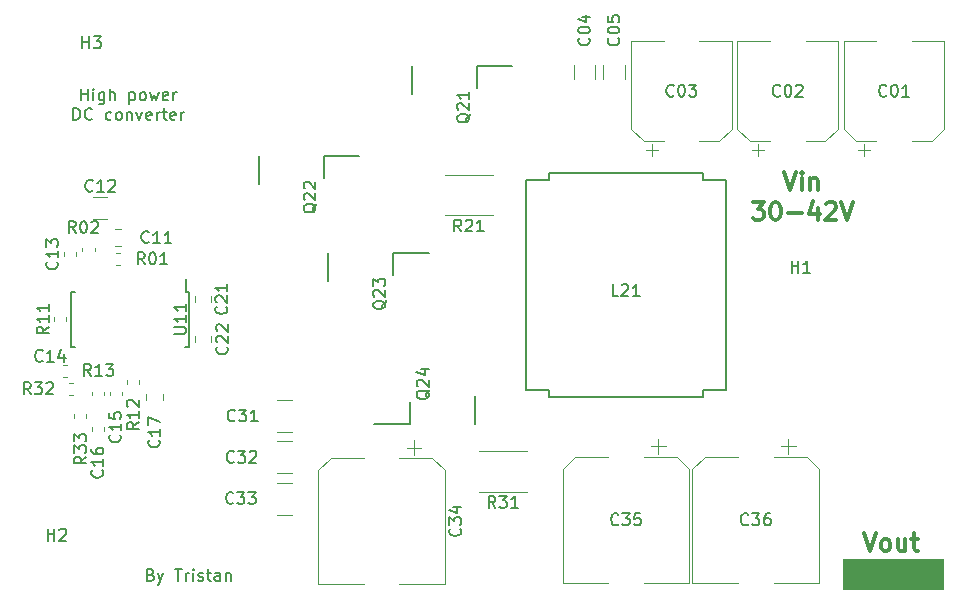
<source format=gbr>
G04 #@! TF.GenerationSoftware,KiCad,Pcbnew,5.1.4-e60b266~84~ubuntu18.04.1*
G04 #@! TF.CreationDate,2019-10-13T11:44:25+02:00*
G04 #@! TF.ProjectId,Buck_boost,4275636b-5f62-46f6-9f73-742e6b696361,rev?*
G04 #@! TF.SameCoordinates,Original*
G04 #@! TF.FileFunction,Legend,Top*
G04 #@! TF.FilePolarity,Positive*
%FSLAX46Y46*%
G04 Gerber Fmt 4.6, Leading zero omitted, Abs format (unit mm)*
G04 Created by KiCad (PCBNEW 5.1.4-e60b266~84~ubuntu18.04.1) date 2019-10-13 11:44:25*
%MOMM*%
%LPD*%
G04 APERTURE LIST*
%ADD10C,0.150000*%
%ADD11C,0.100000*%
%ADD12C,0.300000*%
%ADD13C,0.120000*%
G04 APERTURE END LIST*
D10*
X141485714Y-142328571D02*
X141628571Y-142376190D01*
X141676190Y-142423809D01*
X141723809Y-142519047D01*
X141723809Y-142661904D01*
X141676190Y-142757142D01*
X141628571Y-142804761D01*
X141533333Y-142852380D01*
X141152380Y-142852380D01*
X141152380Y-141852380D01*
X141485714Y-141852380D01*
X141580952Y-141900000D01*
X141628571Y-141947619D01*
X141676190Y-142042857D01*
X141676190Y-142138095D01*
X141628571Y-142233333D01*
X141580952Y-142280952D01*
X141485714Y-142328571D01*
X141152380Y-142328571D01*
X142057142Y-142185714D02*
X142295238Y-142852380D01*
X142533333Y-142185714D02*
X142295238Y-142852380D01*
X142200000Y-143090476D01*
X142152380Y-143138095D01*
X142057142Y-143185714D01*
X143533333Y-141852380D02*
X144104761Y-141852380D01*
X143819047Y-142852380D02*
X143819047Y-141852380D01*
X144438095Y-142852380D02*
X144438095Y-142185714D01*
X144438095Y-142376190D02*
X144485714Y-142280952D01*
X144533333Y-142233333D01*
X144628571Y-142185714D01*
X144723809Y-142185714D01*
X145057142Y-142852380D02*
X145057142Y-142185714D01*
X145057142Y-141852380D02*
X145009523Y-141900000D01*
X145057142Y-141947619D01*
X145104761Y-141900000D01*
X145057142Y-141852380D01*
X145057142Y-141947619D01*
X145485714Y-142804761D02*
X145580952Y-142852380D01*
X145771428Y-142852380D01*
X145866666Y-142804761D01*
X145914285Y-142709523D01*
X145914285Y-142661904D01*
X145866666Y-142566666D01*
X145771428Y-142519047D01*
X145628571Y-142519047D01*
X145533333Y-142471428D01*
X145485714Y-142376190D01*
X145485714Y-142328571D01*
X145533333Y-142233333D01*
X145628571Y-142185714D01*
X145771428Y-142185714D01*
X145866666Y-142233333D01*
X146200000Y-142185714D02*
X146580952Y-142185714D01*
X146342857Y-141852380D02*
X146342857Y-142709523D01*
X146390476Y-142804761D01*
X146485714Y-142852380D01*
X146580952Y-142852380D01*
X147342857Y-142852380D02*
X147342857Y-142328571D01*
X147295238Y-142233333D01*
X147200000Y-142185714D01*
X147009523Y-142185714D01*
X146914285Y-142233333D01*
X147342857Y-142804761D02*
X147247619Y-142852380D01*
X147009523Y-142852380D01*
X146914285Y-142804761D01*
X146866666Y-142709523D01*
X146866666Y-142614285D01*
X146914285Y-142519047D01*
X147009523Y-142471428D01*
X147247619Y-142471428D01*
X147342857Y-142423809D01*
X147819047Y-142185714D02*
X147819047Y-142852380D01*
X147819047Y-142280952D02*
X147866666Y-142233333D01*
X147961904Y-142185714D01*
X148104761Y-142185714D01*
X148200000Y-142233333D01*
X148247619Y-142328571D01*
X148247619Y-142852380D01*
X135573809Y-102177380D02*
X135573809Y-101177380D01*
X135573809Y-101653571D02*
X136145238Y-101653571D01*
X136145238Y-102177380D02*
X136145238Y-101177380D01*
X136621428Y-102177380D02*
X136621428Y-101510714D01*
X136621428Y-101177380D02*
X136573809Y-101225000D01*
X136621428Y-101272619D01*
X136669047Y-101225000D01*
X136621428Y-101177380D01*
X136621428Y-101272619D01*
X137526190Y-101510714D02*
X137526190Y-102320238D01*
X137478571Y-102415476D01*
X137430952Y-102463095D01*
X137335714Y-102510714D01*
X137192857Y-102510714D01*
X137097619Y-102463095D01*
X137526190Y-102129761D02*
X137430952Y-102177380D01*
X137240476Y-102177380D01*
X137145238Y-102129761D01*
X137097619Y-102082142D01*
X137050000Y-101986904D01*
X137050000Y-101701190D01*
X137097619Y-101605952D01*
X137145238Y-101558333D01*
X137240476Y-101510714D01*
X137430952Y-101510714D01*
X137526190Y-101558333D01*
X138002380Y-102177380D02*
X138002380Y-101177380D01*
X138430952Y-102177380D02*
X138430952Y-101653571D01*
X138383333Y-101558333D01*
X138288095Y-101510714D01*
X138145238Y-101510714D01*
X138050000Y-101558333D01*
X138002380Y-101605952D01*
X139669047Y-101510714D02*
X139669047Y-102510714D01*
X139669047Y-101558333D02*
X139764285Y-101510714D01*
X139954761Y-101510714D01*
X140050000Y-101558333D01*
X140097619Y-101605952D01*
X140145238Y-101701190D01*
X140145238Y-101986904D01*
X140097619Y-102082142D01*
X140050000Y-102129761D01*
X139954761Y-102177380D01*
X139764285Y-102177380D01*
X139669047Y-102129761D01*
X140716666Y-102177380D02*
X140621428Y-102129761D01*
X140573809Y-102082142D01*
X140526190Y-101986904D01*
X140526190Y-101701190D01*
X140573809Y-101605952D01*
X140621428Y-101558333D01*
X140716666Y-101510714D01*
X140859523Y-101510714D01*
X140954761Y-101558333D01*
X141002380Y-101605952D01*
X141050000Y-101701190D01*
X141050000Y-101986904D01*
X141002380Y-102082142D01*
X140954761Y-102129761D01*
X140859523Y-102177380D01*
X140716666Y-102177380D01*
X141383333Y-101510714D02*
X141573809Y-102177380D01*
X141764285Y-101701190D01*
X141954761Y-102177380D01*
X142145238Y-101510714D01*
X142907142Y-102129761D02*
X142811904Y-102177380D01*
X142621428Y-102177380D01*
X142526190Y-102129761D01*
X142478571Y-102034523D01*
X142478571Y-101653571D01*
X142526190Y-101558333D01*
X142621428Y-101510714D01*
X142811904Y-101510714D01*
X142907142Y-101558333D01*
X142954761Y-101653571D01*
X142954761Y-101748809D01*
X142478571Y-101844047D01*
X143383333Y-102177380D02*
X143383333Y-101510714D01*
X143383333Y-101701190D02*
X143430952Y-101605952D01*
X143478571Y-101558333D01*
X143573809Y-101510714D01*
X143669047Y-101510714D01*
X134930952Y-103827380D02*
X134930952Y-102827380D01*
X135169047Y-102827380D01*
X135311904Y-102875000D01*
X135407142Y-102970238D01*
X135454761Y-103065476D01*
X135502380Y-103255952D01*
X135502380Y-103398809D01*
X135454761Y-103589285D01*
X135407142Y-103684523D01*
X135311904Y-103779761D01*
X135169047Y-103827380D01*
X134930952Y-103827380D01*
X136502380Y-103732142D02*
X136454761Y-103779761D01*
X136311904Y-103827380D01*
X136216666Y-103827380D01*
X136073809Y-103779761D01*
X135978571Y-103684523D01*
X135930952Y-103589285D01*
X135883333Y-103398809D01*
X135883333Y-103255952D01*
X135930952Y-103065476D01*
X135978571Y-102970238D01*
X136073809Y-102875000D01*
X136216666Y-102827380D01*
X136311904Y-102827380D01*
X136454761Y-102875000D01*
X136502380Y-102922619D01*
X138121428Y-103779761D02*
X138026190Y-103827380D01*
X137835714Y-103827380D01*
X137740476Y-103779761D01*
X137692857Y-103732142D01*
X137645238Y-103636904D01*
X137645238Y-103351190D01*
X137692857Y-103255952D01*
X137740476Y-103208333D01*
X137835714Y-103160714D01*
X138026190Y-103160714D01*
X138121428Y-103208333D01*
X138692857Y-103827380D02*
X138597619Y-103779761D01*
X138550000Y-103732142D01*
X138502380Y-103636904D01*
X138502380Y-103351190D01*
X138550000Y-103255952D01*
X138597619Y-103208333D01*
X138692857Y-103160714D01*
X138835714Y-103160714D01*
X138930952Y-103208333D01*
X138978571Y-103255952D01*
X139026190Y-103351190D01*
X139026190Y-103636904D01*
X138978571Y-103732142D01*
X138930952Y-103779761D01*
X138835714Y-103827380D01*
X138692857Y-103827380D01*
X139454761Y-103160714D02*
X139454761Y-103827380D01*
X139454761Y-103255952D02*
X139502380Y-103208333D01*
X139597619Y-103160714D01*
X139740476Y-103160714D01*
X139835714Y-103208333D01*
X139883333Y-103303571D01*
X139883333Y-103827380D01*
X140264285Y-103160714D02*
X140502380Y-103827380D01*
X140740476Y-103160714D01*
X141502380Y-103779761D02*
X141407142Y-103827380D01*
X141216666Y-103827380D01*
X141121428Y-103779761D01*
X141073809Y-103684523D01*
X141073809Y-103303571D01*
X141121428Y-103208333D01*
X141216666Y-103160714D01*
X141407142Y-103160714D01*
X141502380Y-103208333D01*
X141550000Y-103303571D01*
X141550000Y-103398809D01*
X141073809Y-103494047D01*
X141978571Y-103827380D02*
X141978571Y-103160714D01*
X141978571Y-103351190D02*
X142026190Y-103255952D01*
X142073809Y-103208333D01*
X142169047Y-103160714D01*
X142264285Y-103160714D01*
X142454761Y-103160714D02*
X142835714Y-103160714D01*
X142597619Y-102827380D02*
X142597619Y-103684523D01*
X142645238Y-103779761D01*
X142740476Y-103827380D01*
X142835714Y-103827380D01*
X143550000Y-103779761D02*
X143454761Y-103827380D01*
X143264285Y-103827380D01*
X143169047Y-103779761D01*
X143121428Y-103684523D01*
X143121428Y-103303571D01*
X143169047Y-103208333D01*
X143264285Y-103160714D01*
X143454761Y-103160714D01*
X143550000Y-103208333D01*
X143597619Y-103303571D01*
X143597619Y-103398809D01*
X143121428Y-103494047D01*
X144026190Y-103827380D02*
X144026190Y-103160714D01*
X144026190Y-103351190D02*
X144073809Y-103255952D01*
X144121428Y-103208333D01*
X144216666Y-103160714D01*
X144311904Y-103160714D01*
D11*
G36*
X208550000Y-143550000D02*
G01*
X200050000Y-143550000D01*
X200050000Y-141050000D01*
X208550000Y-141050000D01*
X208550000Y-143550000D01*
G37*
X208550000Y-143550000D02*
X200050000Y-143550000D01*
X200050000Y-141050000D01*
X208550000Y-141050000D01*
X208550000Y-143550000D01*
D12*
X195114285Y-108253571D02*
X195614285Y-109753571D01*
X196114285Y-108253571D01*
X196614285Y-109753571D02*
X196614285Y-108753571D01*
X196614285Y-108253571D02*
X196542857Y-108325000D01*
X196614285Y-108396428D01*
X196685714Y-108325000D01*
X196614285Y-108253571D01*
X196614285Y-108396428D01*
X197328571Y-108753571D02*
X197328571Y-109753571D01*
X197328571Y-108896428D02*
X197400000Y-108825000D01*
X197542857Y-108753571D01*
X197757142Y-108753571D01*
X197900000Y-108825000D01*
X197971428Y-108967857D01*
X197971428Y-109753571D01*
X192435714Y-110803571D02*
X193364285Y-110803571D01*
X192864285Y-111375000D01*
X193078571Y-111375000D01*
X193221428Y-111446428D01*
X193292857Y-111517857D01*
X193364285Y-111660714D01*
X193364285Y-112017857D01*
X193292857Y-112160714D01*
X193221428Y-112232142D01*
X193078571Y-112303571D01*
X192650000Y-112303571D01*
X192507142Y-112232142D01*
X192435714Y-112160714D01*
X194292857Y-110803571D02*
X194435714Y-110803571D01*
X194578571Y-110875000D01*
X194650000Y-110946428D01*
X194721428Y-111089285D01*
X194792857Y-111375000D01*
X194792857Y-111732142D01*
X194721428Y-112017857D01*
X194650000Y-112160714D01*
X194578571Y-112232142D01*
X194435714Y-112303571D01*
X194292857Y-112303571D01*
X194150000Y-112232142D01*
X194078571Y-112160714D01*
X194007142Y-112017857D01*
X193935714Y-111732142D01*
X193935714Y-111375000D01*
X194007142Y-111089285D01*
X194078571Y-110946428D01*
X194150000Y-110875000D01*
X194292857Y-110803571D01*
X195435714Y-111732142D02*
X196578571Y-111732142D01*
X197935714Y-111303571D02*
X197935714Y-112303571D01*
X197578571Y-110732142D02*
X197221428Y-111803571D01*
X198150000Y-111803571D01*
X198650000Y-110946428D02*
X198721428Y-110875000D01*
X198864285Y-110803571D01*
X199221428Y-110803571D01*
X199364285Y-110875000D01*
X199435714Y-110946428D01*
X199507142Y-111089285D01*
X199507142Y-111232142D01*
X199435714Y-111446428D01*
X198578571Y-112303571D01*
X199507142Y-112303571D01*
X199935714Y-110803571D02*
X200435714Y-112303571D01*
X200935714Y-110803571D01*
X201864285Y-138828571D02*
X202364285Y-140328571D01*
X202864285Y-138828571D01*
X203578571Y-140328571D02*
X203435714Y-140257142D01*
X203364285Y-140185714D01*
X203292857Y-140042857D01*
X203292857Y-139614285D01*
X203364285Y-139471428D01*
X203435714Y-139400000D01*
X203578571Y-139328571D01*
X203792857Y-139328571D01*
X203935714Y-139400000D01*
X204007142Y-139471428D01*
X204078571Y-139614285D01*
X204078571Y-140042857D01*
X204007142Y-140185714D01*
X203935714Y-140257142D01*
X203792857Y-140328571D01*
X203578571Y-140328571D01*
X205364285Y-139328571D02*
X205364285Y-140328571D01*
X204721428Y-139328571D02*
X204721428Y-140114285D01*
X204792857Y-140257142D01*
X204935714Y-140328571D01*
X205150000Y-140328571D01*
X205292857Y-140257142D01*
X205364285Y-140185714D01*
X205864285Y-139328571D02*
X206435714Y-139328571D01*
X206078571Y-138828571D02*
X206078571Y-140114285D01*
X206150000Y-140257142D01*
X206292857Y-140328571D01*
X206435714Y-140328571D01*
D10*
X175200000Y-108900000D02*
X173250000Y-108900000D01*
X175200000Y-108300000D02*
X175200000Y-108900000D01*
X188200000Y-108300000D02*
X175200000Y-108300000D01*
X188200000Y-108900000D02*
X188200000Y-108300000D01*
X190150000Y-108900000D02*
X188200000Y-108900000D01*
X190150000Y-126700000D02*
X190150000Y-108900000D01*
X188200000Y-126700000D02*
X190150000Y-126700000D01*
X188200000Y-127300000D02*
X188200000Y-126700000D01*
X175200000Y-127300000D02*
X188200000Y-127300000D01*
X175200000Y-126700000D02*
X175200000Y-127300000D01*
X173250000Y-126700000D02*
X175200000Y-126700000D01*
X173250000Y-108900000D02*
X173250000Y-126700000D01*
D13*
X201390000Y-106400000D02*
X202390000Y-106400000D01*
X201890000Y-106900000D02*
X201890000Y-105900000D01*
X207595563Y-105660000D02*
X208660000Y-104595563D01*
X201204437Y-105660000D02*
X200140000Y-104595563D01*
X201204437Y-105660000D02*
X202890000Y-105660000D01*
X207595563Y-105660000D02*
X205910000Y-105660000D01*
X208660000Y-104595563D02*
X208660000Y-97140000D01*
X200140000Y-104595563D02*
X200140000Y-97140000D01*
X200140000Y-97140000D02*
X202890000Y-97140000D01*
X208660000Y-97140000D02*
X205910000Y-97140000D01*
X192390000Y-106400000D02*
X193390000Y-106400000D01*
X192890000Y-106900000D02*
X192890000Y-105900000D01*
X198595563Y-105660000D02*
X199660000Y-104595563D01*
X192204437Y-105660000D02*
X191140000Y-104595563D01*
X192204437Y-105660000D02*
X193890000Y-105660000D01*
X198595563Y-105660000D02*
X196910000Y-105660000D01*
X199660000Y-104595563D02*
X199660000Y-97140000D01*
X191140000Y-104595563D02*
X191140000Y-97140000D01*
X191140000Y-97140000D02*
X193890000Y-97140000D01*
X199660000Y-97140000D02*
X196910000Y-97140000D01*
X183390000Y-106400000D02*
X184390000Y-106400000D01*
X183890000Y-106900000D02*
X183890000Y-105900000D01*
X189595563Y-105660000D02*
X190660000Y-104595563D01*
X183204437Y-105660000D02*
X182140000Y-104595563D01*
X183204437Y-105660000D02*
X184890000Y-105660000D01*
X189595563Y-105660000D02*
X187910000Y-105660000D01*
X190660000Y-104595563D02*
X190660000Y-97140000D01*
X182140000Y-104595563D02*
X182140000Y-97140000D01*
X182140000Y-97140000D02*
X184890000Y-97140000D01*
X190660000Y-97140000D02*
X187910000Y-97140000D01*
X179110000Y-100402064D02*
X179110000Y-99197936D01*
X177290000Y-100402064D02*
X177290000Y-99197936D01*
X181610000Y-100402064D02*
X181610000Y-99197936D01*
X179790000Y-100402064D02*
X179790000Y-99197936D01*
X138958578Y-113090000D02*
X138441422Y-113090000D01*
X138958578Y-114510000D02*
X138441422Y-114510000D01*
X137802064Y-110390000D02*
X136597936Y-110390000D01*
X137802064Y-112210000D02*
X136597936Y-112210000D01*
X135110000Y-115362779D02*
X135110000Y-115037221D01*
X134090000Y-115362779D02*
X134090000Y-115037221D01*
X134362779Y-124590000D02*
X134037221Y-124590000D01*
X134362779Y-125610000D02*
X134037221Y-125610000D01*
X137990000Y-126837221D02*
X137990000Y-127162779D01*
X139010000Y-126837221D02*
X139010000Y-127162779D01*
X136490000Y-129837221D02*
X136490000Y-130162779D01*
X137510000Y-129837221D02*
X137510000Y-130162779D01*
X141090000Y-127041422D02*
X141090000Y-127558578D01*
X142510000Y-127041422D02*
X142510000Y-127558578D01*
X146610000Y-119258578D02*
X146610000Y-118741422D01*
X145190000Y-119258578D02*
X145190000Y-118741422D01*
X145190000Y-122141422D02*
X145190000Y-122658578D01*
X146610000Y-122141422D02*
X146610000Y-122658578D01*
X153402064Y-127540000D02*
X152197936Y-127540000D01*
X153402064Y-130260000D02*
X152197936Y-130260000D01*
X153402064Y-131040000D02*
X152197936Y-131040000D01*
X153402064Y-133760000D02*
X152197936Y-133760000D01*
X153402064Y-134540000D02*
X152197936Y-134540000D01*
X153402064Y-137260000D02*
X152197936Y-137260000D01*
X164385000Y-131575000D02*
X163135000Y-131575000D01*
X163760000Y-130950000D02*
X163760000Y-132200000D01*
X156704437Y-132440000D02*
X155640000Y-133504437D01*
X165295563Y-132440000D02*
X166360000Y-133504437D01*
X165295563Y-132440000D02*
X162510000Y-132440000D01*
X156704437Y-132440000D02*
X159490000Y-132440000D01*
X155640000Y-133504437D02*
X155640000Y-143160000D01*
X166360000Y-133504437D02*
X166360000Y-143160000D01*
X166360000Y-143160000D02*
X162510000Y-143160000D01*
X155640000Y-143160000D02*
X159490000Y-143160000D01*
X185085000Y-131475000D02*
X183835000Y-131475000D01*
X184460000Y-130850000D02*
X184460000Y-132100000D01*
X177404437Y-132340000D02*
X176340000Y-133404437D01*
X185995563Y-132340000D02*
X187060000Y-133404437D01*
X185995563Y-132340000D02*
X183210000Y-132340000D01*
X177404437Y-132340000D02*
X180190000Y-132340000D01*
X176340000Y-133404437D02*
X176340000Y-143060000D01*
X187060000Y-133404437D02*
X187060000Y-143060000D01*
X187060000Y-143060000D02*
X183210000Y-143060000D01*
X176340000Y-143060000D02*
X180190000Y-143060000D01*
X196085000Y-131475000D02*
X194835000Y-131475000D01*
X195460000Y-130850000D02*
X195460000Y-132100000D01*
X188404437Y-132340000D02*
X187340000Y-133404437D01*
X196995563Y-132340000D02*
X198060000Y-133404437D01*
X196995563Y-132340000D02*
X194210000Y-132340000D01*
X188404437Y-132340000D02*
X191190000Y-132340000D01*
X187340000Y-133404437D02*
X187340000Y-143060000D01*
X198060000Y-133404437D02*
X198060000Y-143060000D01*
X198060000Y-143060000D02*
X194210000Y-143060000D01*
X187340000Y-143060000D02*
X191190000Y-143060000D01*
D10*
X163600000Y-99310000D02*
X163600000Y-101650000D01*
X169100000Y-99300000D02*
X169100000Y-101170000D01*
X172100000Y-99300000D02*
X169100000Y-99300000D01*
X150600000Y-106910000D02*
X150600000Y-109250000D01*
X156100000Y-106900000D02*
X156100000Y-108770000D01*
X159100000Y-106900000D02*
X156100000Y-106900000D01*
X156500000Y-115110000D02*
X156500000Y-117450000D01*
X162000000Y-115100000D02*
X162000000Y-116970000D01*
X165000000Y-115100000D02*
X162000000Y-115100000D01*
X168900000Y-129590000D02*
X168900000Y-127250000D01*
X163400000Y-129600000D02*
X163400000Y-127730000D01*
X160400000Y-129600000D02*
X163400000Y-129600000D01*
D13*
X138537221Y-116110000D02*
X138862779Y-116110000D01*
X138537221Y-115090000D02*
X138862779Y-115090000D01*
X135690000Y-114637221D02*
X135690000Y-114962779D01*
X136710000Y-114637221D02*
X136710000Y-114962779D01*
X134310000Y-120862779D02*
X134310000Y-120537221D01*
X133290000Y-120862779D02*
X133290000Y-120537221D01*
X140510000Y-126162779D02*
X140510000Y-125837221D01*
X139490000Y-126162779D02*
X139490000Y-125837221D01*
X137525001Y-127157778D02*
X137525001Y-126832220D01*
X136505001Y-127157778D02*
X136505001Y-126832220D01*
X170452064Y-108490000D02*
X166347936Y-108490000D01*
X170452064Y-111910000D02*
X166347936Y-111910000D01*
X173352064Y-131890000D02*
X169247936Y-131890000D01*
X173352064Y-135310000D02*
X169247936Y-135310000D01*
X134875279Y-126090000D02*
X134549721Y-126090000D01*
X134875279Y-127110000D02*
X134549721Y-127110000D01*
X136010000Y-129062779D02*
X136010000Y-128737221D01*
X134990000Y-129062779D02*
X134990000Y-128737221D01*
D10*
X144454999Y-118380001D02*
X144454999Y-117305001D01*
X134729999Y-118380001D02*
X134729999Y-123030001D01*
X144679999Y-118380001D02*
X144679999Y-123030001D01*
X134729999Y-118380001D02*
X135054999Y-118380001D01*
X134729999Y-123030001D02*
X135054999Y-123030001D01*
X144679999Y-123030001D02*
X144354999Y-123030001D01*
X144679999Y-118380001D02*
X144454999Y-118380001D01*
X181057142Y-118752380D02*
X180580952Y-118752380D01*
X180580952Y-117752380D01*
X181342857Y-117847619D02*
X181390476Y-117800000D01*
X181485714Y-117752380D01*
X181723809Y-117752380D01*
X181819047Y-117800000D01*
X181866666Y-117847619D01*
X181914285Y-117942857D01*
X181914285Y-118038095D01*
X181866666Y-118180952D01*
X181295238Y-118752380D01*
X181914285Y-118752380D01*
X182866666Y-118752380D02*
X182295238Y-118752380D01*
X182580952Y-118752380D02*
X182580952Y-117752380D01*
X182485714Y-117895238D01*
X182390476Y-117990476D01*
X182295238Y-118038095D01*
X203757142Y-101757142D02*
X203709523Y-101804761D01*
X203566666Y-101852380D01*
X203471428Y-101852380D01*
X203328571Y-101804761D01*
X203233333Y-101709523D01*
X203185714Y-101614285D01*
X203138095Y-101423809D01*
X203138095Y-101280952D01*
X203185714Y-101090476D01*
X203233333Y-100995238D01*
X203328571Y-100900000D01*
X203471428Y-100852380D01*
X203566666Y-100852380D01*
X203709523Y-100900000D01*
X203757142Y-100947619D01*
X204376190Y-100852380D02*
X204471428Y-100852380D01*
X204566666Y-100900000D01*
X204614285Y-100947619D01*
X204661904Y-101042857D01*
X204709523Y-101233333D01*
X204709523Y-101471428D01*
X204661904Y-101661904D01*
X204614285Y-101757142D01*
X204566666Y-101804761D01*
X204471428Y-101852380D01*
X204376190Y-101852380D01*
X204280952Y-101804761D01*
X204233333Y-101757142D01*
X204185714Y-101661904D01*
X204138095Y-101471428D01*
X204138095Y-101233333D01*
X204185714Y-101042857D01*
X204233333Y-100947619D01*
X204280952Y-100900000D01*
X204376190Y-100852380D01*
X205661904Y-101852380D02*
X205090476Y-101852380D01*
X205376190Y-101852380D02*
X205376190Y-100852380D01*
X205280952Y-100995238D01*
X205185714Y-101090476D01*
X205090476Y-101138095D01*
X194757142Y-101757142D02*
X194709523Y-101804761D01*
X194566666Y-101852380D01*
X194471428Y-101852380D01*
X194328571Y-101804761D01*
X194233333Y-101709523D01*
X194185714Y-101614285D01*
X194138095Y-101423809D01*
X194138095Y-101280952D01*
X194185714Y-101090476D01*
X194233333Y-100995238D01*
X194328571Y-100900000D01*
X194471428Y-100852380D01*
X194566666Y-100852380D01*
X194709523Y-100900000D01*
X194757142Y-100947619D01*
X195376190Y-100852380D02*
X195471428Y-100852380D01*
X195566666Y-100900000D01*
X195614285Y-100947619D01*
X195661904Y-101042857D01*
X195709523Y-101233333D01*
X195709523Y-101471428D01*
X195661904Y-101661904D01*
X195614285Y-101757142D01*
X195566666Y-101804761D01*
X195471428Y-101852380D01*
X195376190Y-101852380D01*
X195280952Y-101804761D01*
X195233333Y-101757142D01*
X195185714Y-101661904D01*
X195138095Y-101471428D01*
X195138095Y-101233333D01*
X195185714Y-101042857D01*
X195233333Y-100947619D01*
X195280952Y-100900000D01*
X195376190Y-100852380D01*
X196090476Y-100947619D02*
X196138095Y-100900000D01*
X196233333Y-100852380D01*
X196471428Y-100852380D01*
X196566666Y-100900000D01*
X196614285Y-100947619D01*
X196661904Y-101042857D01*
X196661904Y-101138095D01*
X196614285Y-101280952D01*
X196042857Y-101852380D01*
X196661904Y-101852380D01*
X185757142Y-101757142D02*
X185709523Y-101804761D01*
X185566666Y-101852380D01*
X185471428Y-101852380D01*
X185328571Y-101804761D01*
X185233333Y-101709523D01*
X185185714Y-101614285D01*
X185138095Y-101423809D01*
X185138095Y-101280952D01*
X185185714Y-101090476D01*
X185233333Y-100995238D01*
X185328571Y-100900000D01*
X185471428Y-100852380D01*
X185566666Y-100852380D01*
X185709523Y-100900000D01*
X185757142Y-100947619D01*
X186376190Y-100852380D02*
X186471428Y-100852380D01*
X186566666Y-100900000D01*
X186614285Y-100947619D01*
X186661904Y-101042857D01*
X186709523Y-101233333D01*
X186709523Y-101471428D01*
X186661904Y-101661904D01*
X186614285Y-101757142D01*
X186566666Y-101804761D01*
X186471428Y-101852380D01*
X186376190Y-101852380D01*
X186280952Y-101804761D01*
X186233333Y-101757142D01*
X186185714Y-101661904D01*
X186138095Y-101471428D01*
X186138095Y-101233333D01*
X186185714Y-101042857D01*
X186233333Y-100947619D01*
X186280952Y-100900000D01*
X186376190Y-100852380D01*
X187042857Y-100852380D02*
X187661904Y-100852380D01*
X187328571Y-101233333D01*
X187471428Y-101233333D01*
X187566666Y-101280952D01*
X187614285Y-101328571D01*
X187661904Y-101423809D01*
X187661904Y-101661904D01*
X187614285Y-101757142D01*
X187566666Y-101804761D01*
X187471428Y-101852380D01*
X187185714Y-101852380D01*
X187090476Y-101804761D01*
X187042857Y-101757142D01*
X178557142Y-96892857D02*
X178604761Y-96940476D01*
X178652380Y-97083333D01*
X178652380Y-97178571D01*
X178604761Y-97321428D01*
X178509523Y-97416666D01*
X178414285Y-97464285D01*
X178223809Y-97511904D01*
X178080952Y-97511904D01*
X177890476Y-97464285D01*
X177795238Y-97416666D01*
X177700000Y-97321428D01*
X177652380Y-97178571D01*
X177652380Y-97083333D01*
X177700000Y-96940476D01*
X177747619Y-96892857D01*
X177652380Y-96273809D02*
X177652380Y-96178571D01*
X177700000Y-96083333D01*
X177747619Y-96035714D01*
X177842857Y-95988095D01*
X178033333Y-95940476D01*
X178271428Y-95940476D01*
X178461904Y-95988095D01*
X178557142Y-96035714D01*
X178604761Y-96083333D01*
X178652380Y-96178571D01*
X178652380Y-96273809D01*
X178604761Y-96369047D01*
X178557142Y-96416666D01*
X178461904Y-96464285D01*
X178271428Y-96511904D01*
X178033333Y-96511904D01*
X177842857Y-96464285D01*
X177747619Y-96416666D01*
X177700000Y-96369047D01*
X177652380Y-96273809D01*
X177985714Y-95083333D02*
X178652380Y-95083333D01*
X177604761Y-95321428D02*
X178319047Y-95559523D01*
X178319047Y-94940476D01*
X181057142Y-96892857D02*
X181104761Y-96940476D01*
X181152380Y-97083333D01*
X181152380Y-97178571D01*
X181104761Y-97321428D01*
X181009523Y-97416666D01*
X180914285Y-97464285D01*
X180723809Y-97511904D01*
X180580952Y-97511904D01*
X180390476Y-97464285D01*
X180295238Y-97416666D01*
X180200000Y-97321428D01*
X180152380Y-97178571D01*
X180152380Y-97083333D01*
X180200000Y-96940476D01*
X180247619Y-96892857D01*
X180152380Y-96273809D02*
X180152380Y-96178571D01*
X180200000Y-96083333D01*
X180247619Y-96035714D01*
X180342857Y-95988095D01*
X180533333Y-95940476D01*
X180771428Y-95940476D01*
X180961904Y-95988095D01*
X181057142Y-96035714D01*
X181104761Y-96083333D01*
X181152380Y-96178571D01*
X181152380Y-96273809D01*
X181104761Y-96369047D01*
X181057142Y-96416666D01*
X180961904Y-96464285D01*
X180771428Y-96511904D01*
X180533333Y-96511904D01*
X180342857Y-96464285D01*
X180247619Y-96416666D01*
X180200000Y-96369047D01*
X180152380Y-96273809D01*
X180152380Y-95035714D02*
X180152380Y-95511904D01*
X180628571Y-95559523D01*
X180580952Y-95511904D01*
X180533333Y-95416666D01*
X180533333Y-95178571D01*
X180580952Y-95083333D01*
X180628571Y-95035714D01*
X180723809Y-94988095D01*
X180961904Y-94988095D01*
X181057142Y-95035714D01*
X181104761Y-95083333D01*
X181152380Y-95178571D01*
X181152380Y-95416666D01*
X181104761Y-95511904D01*
X181057142Y-95559523D01*
X141307142Y-114157142D02*
X141259523Y-114204761D01*
X141116666Y-114252380D01*
X141021428Y-114252380D01*
X140878571Y-114204761D01*
X140783333Y-114109523D01*
X140735714Y-114014285D01*
X140688095Y-113823809D01*
X140688095Y-113680952D01*
X140735714Y-113490476D01*
X140783333Y-113395238D01*
X140878571Y-113300000D01*
X141021428Y-113252380D01*
X141116666Y-113252380D01*
X141259523Y-113300000D01*
X141307142Y-113347619D01*
X142259523Y-114252380D02*
X141688095Y-114252380D01*
X141973809Y-114252380D02*
X141973809Y-113252380D01*
X141878571Y-113395238D01*
X141783333Y-113490476D01*
X141688095Y-113538095D01*
X143211904Y-114252380D02*
X142640476Y-114252380D01*
X142926190Y-114252380D02*
X142926190Y-113252380D01*
X142830952Y-113395238D01*
X142735714Y-113490476D01*
X142640476Y-113538095D01*
X136557142Y-109807142D02*
X136509523Y-109854761D01*
X136366666Y-109902380D01*
X136271428Y-109902380D01*
X136128571Y-109854761D01*
X136033333Y-109759523D01*
X135985714Y-109664285D01*
X135938095Y-109473809D01*
X135938095Y-109330952D01*
X135985714Y-109140476D01*
X136033333Y-109045238D01*
X136128571Y-108950000D01*
X136271428Y-108902380D01*
X136366666Y-108902380D01*
X136509523Y-108950000D01*
X136557142Y-108997619D01*
X137509523Y-109902380D02*
X136938095Y-109902380D01*
X137223809Y-109902380D02*
X137223809Y-108902380D01*
X137128571Y-109045238D01*
X137033333Y-109140476D01*
X136938095Y-109188095D01*
X137890476Y-108997619D02*
X137938095Y-108950000D01*
X138033333Y-108902380D01*
X138271428Y-108902380D01*
X138366666Y-108950000D01*
X138414285Y-108997619D01*
X138461904Y-109092857D01*
X138461904Y-109188095D01*
X138414285Y-109330952D01*
X137842857Y-109902380D01*
X138461904Y-109902380D01*
X133527142Y-115842857D02*
X133574761Y-115890476D01*
X133622380Y-116033333D01*
X133622380Y-116128571D01*
X133574761Y-116271428D01*
X133479523Y-116366666D01*
X133384285Y-116414285D01*
X133193809Y-116461904D01*
X133050952Y-116461904D01*
X132860476Y-116414285D01*
X132765238Y-116366666D01*
X132670000Y-116271428D01*
X132622380Y-116128571D01*
X132622380Y-116033333D01*
X132670000Y-115890476D01*
X132717619Y-115842857D01*
X133622380Y-114890476D02*
X133622380Y-115461904D01*
X133622380Y-115176190D02*
X132622380Y-115176190D01*
X132765238Y-115271428D01*
X132860476Y-115366666D01*
X132908095Y-115461904D01*
X132622380Y-114557142D02*
X132622380Y-113938095D01*
X133003333Y-114271428D01*
X133003333Y-114128571D01*
X133050952Y-114033333D01*
X133098571Y-113985714D01*
X133193809Y-113938095D01*
X133431904Y-113938095D01*
X133527142Y-113985714D01*
X133574761Y-114033333D01*
X133622380Y-114128571D01*
X133622380Y-114414285D01*
X133574761Y-114509523D01*
X133527142Y-114557142D01*
X132307142Y-124207142D02*
X132259523Y-124254761D01*
X132116666Y-124302380D01*
X132021428Y-124302380D01*
X131878571Y-124254761D01*
X131783333Y-124159523D01*
X131735714Y-124064285D01*
X131688095Y-123873809D01*
X131688095Y-123730952D01*
X131735714Y-123540476D01*
X131783333Y-123445238D01*
X131878571Y-123350000D01*
X132021428Y-123302380D01*
X132116666Y-123302380D01*
X132259523Y-123350000D01*
X132307142Y-123397619D01*
X133259523Y-124302380D02*
X132688095Y-124302380D01*
X132973809Y-124302380D02*
X132973809Y-123302380D01*
X132878571Y-123445238D01*
X132783333Y-123540476D01*
X132688095Y-123588095D01*
X134116666Y-123635714D02*
X134116666Y-124302380D01*
X133878571Y-123254761D02*
X133640476Y-123969047D01*
X134259523Y-123969047D01*
X138857142Y-130492857D02*
X138904761Y-130540476D01*
X138952380Y-130683333D01*
X138952380Y-130778571D01*
X138904761Y-130921428D01*
X138809523Y-131016666D01*
X138714285Y-131064285D01*
X138523809Y-131111904D01*
X138380952Y-131111904D01*
X138190476Y-131064285D01*
X138095238Y-131016666D01*
X138000000Y-130921428D01*
X137952380Y-130778571D01*
X137952380Y-130683333D01*
X138000000Y-130540476D01*
X138047619Y-130492857D01*
X138952380Y-129540476D02*
X138952380Y-130111904D01*
X138952380Y-129826190D02*
X137952380Y-129826190D01*
X138095238Y-129921428D01*
X138190476Y-130016666D01*
X138238095Y-130111904D01*
X137952380Y-128635714D02*
X137952380Y-129111904D01*
X138428571Y-129159523D01*
X138380952Y-129111904D01*
X138333333Y-129016666D01*
X138333333Y-128778571D01*
X138380952Y-128683333D01*
X138428571Y-128635714D01*
X138523809Y-128588095D01*
X138761904Y-128588095D01*
X138857142Y-128635714D01*
X138904761Y-128683333D01*
X138952380Y-128778571D01*
X138952380Y-129016666D01*
X138904761Y-129111904D01*
X138857142Y-129159523D01*
X137357142Y-133492857D02*
X137404761Y-133540476D01*
X137452380Y-133683333D01*
X137452380Y-133778571D01*
X137404761Y-133921428D01*
X137309523Y-134016666D01*
X137214285Y-134064285D01*
X137023809Y-134111904D01*
X136880952Y-134111904D01*
X136690476Y-134064285D01*
X136595238Y-134016666D01*
X136500000Y-133921428D01*
X136452380Y-133778571D01*
X136452380Y-133683333D01*
X136500000Y-133540476D01*
X136547619Y-133492857D01*
X137452380Y-132540476D02*
X137452380Y-133111904D01*
X137452380Y-132826190D02*
X136452380Y-132826190D01*
X136595238Y-132921428D01*
X136690476Y-133016666D01*
X136738095Y-133111904D01*
X136452380Y-131683333D02*
X136452380Y-131873809D01*
X136500000Y-131969047D01*
X136547619Y-132016666D01*
X136690476Y-132111904D01*
X136880952Y-132159523D01*
X137261904Y-132159523D01*
X137357142Y-132111904D01*
X137404761Y-132064285D01*
X137452380Y-131969047D01*
X137452380Y-131778571D01*
X137404761Y-131683333D01*
X137357142Y-131635714D01*
X137261904Y-131588095D01*
X137023809Y-131588095D01*
X136928571Y-131635714D01*
X136880952Y-131683333D01*
X136833333Y-131778571D01*
X136833333Y-131969047D01*
X136880952Y-132064285D01*
X136928571Y-132111904D01*
X137023809Y-132159523D01*
X142157142Y-130942857D02*
X142204761Y-130990476D01*
X142252380Y-131133333D01*
X142252380Y-131228571D01*
X142204761Y-131371428D01*
X142109523Y-131466666D01*
X142014285Y-131514285D01*
X141823809Y-131561904D01*
X141680952Y-131561904D01*
X141490476Y-131514285D01*
X141395238Y-131466666D01*
X141300000Y-131371428D01*
X141252380Y-131228571D01*
X141252380Y-131133333D01*
X141300000Y-130990476D01*
X141347619Y-130942857D01*
X142252380Y-129990476D02*
X142252380Y-130561904D01*
X142252380Y-130276190D02*
X141252380Y-130276190D01*
X141395238Y-130371428D01*
X141490476Y-130466666D01*
X141538095Y-130561904D01*
X141252380Y-129657142D02*
X141252380Y-128990476D01*
X142252380Y-129419047D01*
X147857142Y-119642857D02*
X147904761Y-119690476D01*
X147952380Y-119833333D01*
X147952380Y-119928571D01*
X147904761Y-120071428D01*
X147809523Y-120166666D01*
X147714285Y-120214285D01*
X147523809Y-120261904D01*
X147380952Y-120261904D01*
X147190476Y-120214285D01*
X147095238Y-120166666D01*
X147000000Y-120071428D01*
X146952380Y-119928571D01*
X146952380Y-119833333D01*
X147000000Y-119690476D01*
X147047619Y-119642857D01*
X147047619Y-119261904D02*
X147000000Y-119214285D01*
X146952380Y-119119047D01*
X146952380Y-118880952D01*
X147000000Y-118785714D01*
X147047619Y-118738095D01*
X147142857Y-118690476D01*
X147238095Y-118690476D01*
X147380952Y-118738095D01*
X147952380Y-119309523D01*
X147952380Y-118690476D01*
X147952380Y-117738095D02*
X147952380Y-118309523D01*
X147952380Y-118023809D02*
X146952380Y-118023809D01*
X147095238Y-118119047D01*
X147190476Y-118214285D01*
X147238095Y-118309523D01*
X147907142Y-123042857D02*
X147954761Y-123090476D01*
X148002380Y-123233333D01*
X148002380Y-123328571D01*
X147954761Y-123471428D01*
X147859523Y-123566666D01*
X147764285Y-123614285D01*
X147573809Y-123661904D01*
X147430952Y-123661904D01*
X147240476Y-123614285D01*
X147145238Y-123566666D01*
X147050000Y-123471428D01*
X147002380Y-123328571D01*
X147002380Y-123233333D01*
X147050000Y-123090476D01*
X147097619Y-123042857D01*
X147097619Y-122661904D02*
X147050000Y-122614285D01*
X147002380Y-122519047D01*
X147002380Y-122280952D01*
X147050000Y-122185714D01*
X147097619Y-122138095D01*
X147192857Y-122090476D01*
X147288095Y-122090476D01*
X147430952Y-122138095D01*
X148002380Y-122709523D01*
X148002380Y-122090476D01*
X147097619Y-121709523D02*
X147050000Y-121661904D01*
X147002380Y-121566666D01*
X147002380Y-121328571D01*
X147050000Y-121233333D01*
X147097619Y-121185714D01*
X147192857Y-121138095D01*
X147288095Y-121138095D01*
X147430952Y-121185714D01*
X148002380Y-121757142D01*
X148002380Y-121138095D01*
X148607142Y-129257142D02*
X148559523Y-129304761D01*
X148416666Y-129352380D01*
X148321428Y-129352380D01*
X148178571Y-129304761D01*
X148083333Y-129209523D01*
X148035714Y-129114285D01*
X147988095Y-128923809D01*
X147988095Y-128780952D01*
X148035714Y-128590476D01*
X148083333Y-128495238D01*
X148178571Y-128400000D01*
X148321428Y-128352380D01*
X148416666Y-128352380D01*
X148559523Y-128400000D01*
X148607142Y-128447619D01*
X148940476Y-128352380D02*
X149559523Y-128352380D01*
X149226190Y-128733333D01*
X149369047Y-128733333D01*
X149464285Y-128780952D01*
X149511904Y-128828571D01*
X149559523Y-128923809D01*
X149559523Y-129161904D01*
X149511904Y-129257142D01*
X149464285Y-129304761D01*
X149369047Y-129352380D01*
X149083333Y-129352380D01*
X148988095Y-129304761D01*
X148940476Y-129257142D01*
X150511904Y-129352380D02*
X149940476Y-129352380D01*
X150226190Y-129352380D02*
X150226190Y-128352380D01*
X150130952Y-128495238D01*
X150035714Y-128590476D01*
X149940476Y-128638095D01*
X148507142Y-132757142D02*
X148459523Y-132804761D01*
X148316666Y-132852380D01*
X148221428Y-132852380D01*
X148078571Y-132804761D01*
X147983333Y-132709523D01*
X147935714Y-132614285D01*
X147888095Y-132423809D01*
X147888095Y-132280952D01*
X147935714Y-132090476D01*
X147983333Y-131995238D01*
X148078571Y-131900000D01*
X148221428Y-131852380D01*
X148316666Y-131852380D01*
X148459523Y-131900000D01*
X148507142Y-131947619D01*
X148840476Y-131852380D02*
X149459523Y-131852380D01*
X149126190Y-132233333D01*
X149269047Y-132233333D01*
X149364285Y-132280952D01*
X149411904Y-132328571D01*
X149459523Y-132423809D01*
X149459523Y-132661904D01*
X149411904Y-132757142D01*
X149364285Y-132804761D01*
X149269047Y-132852380D01*
X148983333Y-132852380D01*
X148888095Y-132804761D01*
X148840476Y-132757142D01*
X149840476Y-131947619D02*
X149888095Y-131900000D01*
X149983333Y-131852380D01*
X150221428Y-131852380D01*
X150316666Y-131900000D01*
X150364285Y-131947619D01*
X150411904Y-132042857D01*
X150411904Y-132138095D01*
X150364285Y-132280952D01*
X149792857Y-132852380D01*
X150411904Y-132852380D01*
X148457142Y-136257142D02*
X148409523Y-136304761D01*
X148266666Y-136352380D01*
X148171428Y-136352380D01*
X148028571Y-136304761D01*
X147933333Y-136209523D01*
X147885714Y-136114285D01*
X147838095Y-135923809D01*
X147838095Y-135780952D01*
X147885714Y-135590476D01*
X147933333Y-135495238D01*
X148028571Y-135400000D01*
X148171428Y-135352380D01*
X148266666Y-135352380D01*
X148409523Y-135400000D01*
X148457142Y-135447619D01*
X148790476Y-135352380D02*
X149409523Y-135352380D01*
X149076190Y-135733333D01*
X149219047Y-135733333D01*
X149314285Y-135780952D01*
X149361904Y-135828571D01*
X149409523Y-135923809D01*
X149409523Y-136161904D01*
X149361904Y-136257142D01*
X149314285Y-136304761D01*
X149219047Y-136352380D01*
X148933333Y-136352380D01*
X148838095Y-136304761D01*
X148790476Y-136257142D01*
X149742857Y-135352380D02*
X150361904Y-135352380D01*
X150028571Y-135733333D01*
X150171428Y-135733333D01*
X150266666Y-135780952D01*
X150314285Y-135828571D01*
X150361904Y-135923809D01*
X150361904Y-136161904D01*
X150314285Y-136257142D01*
X150266666Y-136304761D01*
X150171428Y-136352380D01*
X149885714Y-136352380D01*
X149790476Y-136304761D01*
X149742857Y-136257142D01*
X167657142Y-138442857D02*
X167704761Y-138490476D01*
X167752380Y-138633333D01*
X167752380Y-138728571D01*
X167704761Y-138871428D01*
X167609523Y-138966666D01*
X167514285Y-139014285D01*
X167323809Y-139061904D01*
X167180952Y-139061904D01*
X166990476Y-139014285D01*
X166895238Y-138966666D01*
X166800000Y-138871428D01*
X166752380Y-138728571D01*
X166752380Y-138633333D01*
X166800000Y-138490476D01*
X166847619Y-138442857D01*
X166752380Y-138109523D02*
X166752380Y-137490476D01*
X167133333Y-137823809D01*
X167133333Y-137680952D01*
X167180952Y-137585714D01*
X167228571Y-137538095D01*
X167323809Y-137490476D01*
X167561904Y-137490476D01*
X167657142Y-137538095D01*
X167704761Y-137585714D01*
X167752380Y-137680952D01*
X167752380Y-137966666D01*
X167704761Y-138061904D01*
X167657142Y-138109523D01*
X167085714Y-136633333D02*
X167752380Y-136633333D01*
X166704761Y-136871428D02*
X167419047Y-137109523D01*
X167419047Y-136490476D01*
X181057142Y-138057142D02*
X181009523Y-138104761D01*
X180866666Y-138152380D01*
X180771428Y-138152380D01*
X180628571Y-138104761D01*
X180533333Y-138009523D01*
X180485714Y-137914285D01*
X180438095Y-137723809D01*
X180438095Y-137580952D01*
X180485714Y-137390476D01*
X180533333Y-137295238D01*
X180628571Y-137200000D01*
X180771428Y-137152380D01*
X180866666Y-137152380D01*
X181009523Y-137200000D01*
X181057142Y-137247619D01*
X181390476Y-137152380D02*
X182009523Y-137152380D01*
X181676190Y-137533333D01*
X181819047Y-137533333D01*
X181914285Y-137580952D01*
X181961904Y-137628571D01*
X182009523Y-137723809D01*
X182009523Y-137961904D01*
X181961904Y-138057142D01*
X181914285Y-138104761D01*
X181819047Y-138152380D01*
X181533333Y-138152380D01*
X181438095Y-138104761D01*
X181390476Y-138057142D01*
X182914285Y-137152380D02*
X182438095Y-137152380D01*
X182390476Y-137628571D01*
X182438095Y-137580952D01*
X182533333Y-137533333D01*
X182771428Y-137533333D01*
X182866666Y-137580952D01*
X182914285Y-137628571D01*
X182961904Y-137723809D01*
X182961904Y-137961904D01*
X182914285Y-138057142D01*
X182866666Y-138104761D01*
X182771428Y-138152380D01*
X182533333Y-138152380D01*
X182438095Y-138104761D01*
X182390476Y-138057142D01*
X192057142Y-138057142D02*
X192009523Y-138104761D01*
X191866666Y-138152380D01*
X191771428Y-138152380D01*
X191628571Y-138104761D01*
X191533333Y-138009523D01*
X191485714Y-137914285D01*
X191438095Y-137723809D01*
X191438095Y-137580952D01*
X191485714Y-137390476D01*
X191533333Y-137295238D01*
X191628571Y-137200000D01*
X191771428Y-137152380D01*
X191866666Y-137152380D01*
X192009523Y-137200000D01*
X192057142Y-137247619D01*
X192390476Y-137152380D02*
X193009523Y-137152380D01*
X192676190Y-137533333D01*
X192819047Y-137533333D01*
X192914285Y-137580952D01*
X192961904Y-137628571D01*
X193009523Y-137723809D01*
X193009523Y-137961904D01*
X192961904Y-138057142D01*
X192914285Y-138104761D01*
X192819047Y-138152380D01*
X192533333Y-138152380D01*
X192438095Y-138104761D01*
X192390476Y-138057142D01*
X193866666Y-137152380D02*
X193676190Y-137152380D01*
X193580952Y-137200000D01*
X193533333Y-137247619D01*
X193438095Y-137390476D01*
X193390476Y-137580952D01*
X193390476Y-137961904D01*
X193438095Y-138057142D01*
X193485714Y-138104761D01*
X193580952Y-138152380D01*
X193771428Y-138152380D01*
X193866666Y-138104761D01*
X193914285Y-138057142D01*
X193961904Y-137961904D01*
X193961904Y-137723809D01*
X193914285Y-137628571D01*
X193866666Y-137580952D01*
X193771428Y-137533333D01*
X193580952Y-137533333D01*
X193485714Y-137580952D01*
X193438095Y-137628571D01*
X193390476Y-137723809D01*
X168507619Y-103321428D02*
X168460000Y-103416666D01*
X168364761Y-103511904D01*
X168221904Y-103654761D01*
X168174285Y-103750000D01*
X168174285Y-103845238D01*
X168412380Y-103797619D02*
X168364761Y-103892857D01*
X168269523Y-103988095D01*
X168079047Y-104035714D01*
X167745714Y-104035714D01*
X167555238Y-103988095D01*
X167460000Y-103892857D01*
X167412380Y-103797619D01*
X167412380Y-103607142D01*
X167460000Y-103511904D01*
X167555238Y-103416666D01*
X167745714Y-103369047D01*
X168079047Y-103369047D01*
X168269523Y-103416666D01*
X168364761Y-103511904D01*
X168412380Y-103607142D01*
X168412380Y-103797619D01*
X167507619Y-102988095D02*
X167460000Y-102940476D01*
X167412380Y-102845238D01*
X167412380Y-102607142D01*
X167460000Y-102511904D01*
X167507619Y-102464285D01*
X167602857Y-102416666D01*
X167698095Y-102416666D01*
X167840952Y-102464285D01*
X168412380Y-103035714D01*
X168412380Y-102416666D01*
X168412380Y-101464285D02*
X168412380Y-102035714D01*
X168412380Y-101750000D02*
X167412380Y-101750000D01*
X167555238Y-101845238D01*
X167650476Y-101940476D01*
X167698095Y-102035714D01*
X155507619Y-110921428D02*
X155460000Y-111016666D01*
X155364761Y-111111904D01*
X155221904Y-111254761D01*
X155174285Y-111350000D01*
X155174285Y-111445238D01*
X155412380Y-111397619D02*
X155364761Y-111492857D01*
X155269523Y-111588095D01*
X155079047Y-111635714D01*
X154745714Y-111635714D01*
X154555238Y-111588095D01*
X154460000Y-111492857D01*
X154412380Y-111397619D01*
X154412380Y-111207142D01*
X154460000Y-111111904D01*
X154555238Y-111016666D01*
X154745714Y-110969047D01*
X155079047Y-110969047D01*
X155269523Y-111016666D01*
X155364761Y-111111904D01*
X155412380Y-111207142D01*
X155412380Y-111397619D01*
X154507619Y-110588095D02*
X154460000Y-110540476D01*
X154412380Y-110445238D01*
X154412380Y-110207142D01*
X154460000Y-110111904D01*
X154507619Y-110064285D01*
X154602857Y-110016666D01*
X154698095Y-110016666D01*
X154840952Y-110064285D01*
X155412380Y-110635714D01*
X155412380Y-110016666D01*
X154507619Y-109635714D02*
X154460000Y-109588095D01*
X154412380Y-109492857D01*
X154412380Y-109254761D01*
X154460000Y-109159523D01*
X154507619Y-109111904D01*
X154602857Y-109064285D01*
X154698095Y-109064285D01*
X154840952Y-109111904D01*
X155412380Y-109683333D01*
X155412380Y-109064285D01*
X161407619Y-119121428D02*
X161360000Y-119216666D01*
X161264761Y-119311904D01*
X161121904Y-119454761D01*
X161074285Y-119550000D01*
X161074285Y-119645238D01*
X161312380Y-119597619D02*
X161264761Y-119692857D01*
X161169523Y-119788095D01*
X160979047Y-119835714D01*
X160645714Y-119835714D01*
X160455238Y-119788095D01*
X160360000Y-119692857D01*
X160312380Y-119597619D01*
X160312380Y-119407142D01*
X160360000Y-119311904D01*
X160455238Y-119216666D01*
X160645714Y-119169047D01*
X160979047Y-119169047D01*
X161169523Y-119216666D01*
X161264761Y-119311904D01*
X161312380Y-119407142D01*
X161312380Y-119597619D01*
X160407619Y-118788095D02*
X160360000Y-118740476D01*
X160312380Y-118645238D01*
X160312380Y-118407142D01*
X160360000Y-118311904D01*
X160407619Y-118264285D01*
X160502857Y-118216666D01*
X160598095Y-118216666D01*
X160740952Y-118264285D01*
X161312380Y-118835714D01*
X161312380Y-118216666D01*
X160312380Y-117883333D02*
X160312380Y-117264285D01*
X160693333Y-117597619D01*
X160693333Y-117454761D01*
X160740952Y-117359523D01*
X160788571Y-117311904D01*
X160883809Y-117264285D01*
X161121904Y-117264285D01*
X161217142Y-117311904D01*
X161264761Y-117359523D01*
X161312380Y-117454761D01*
X161312380Y-117740476D01*
X161264761Y-117835714D01*
X161217142Y-117883333D01*
X165087619Y-126721428D02*
X165040000Y-126816666D01*
X164944761Y-126911904D01*
X164801904Y-127054761D01*
X164754285Y-127150000D01*
X164754285Y-127245238D01*
X164992380Y-127197619D02*
X164944761Y-127292857D01*
X164849523Y-127388095D01*
X164659047Y-127435714D01*
X164325714Y-127435714D01*
X164135238Y-127388095D01*
X164040000Y-127292857D01*
X163992380Y-127197619D01*
X163992380Y-127007142D01*
X164040000Y-126911904D01*
X164135238Y-126816666D01*
X164325714Y-126769047D01*
X164659047Y-126769047D01*
X164849523Y-126816666D01*
X164944761Y-126911904D01*
X164992380Y-127007142D01*
X164992380Y-127197619D01*
X164087619Y-126388095D02*
X164040000Y-126340476D01*
X163992380Y-126245238D01*
X163992380Y-126007142D01*
X164040000Y-125911904D01*
X164087619Y-125864285D01*
X164182857Y-125816666D01*
X164278095Y-125816666D01*
X164420952Y-125864285D01*
X164992380Y-126435714D01*
X164992380Y-125816666D01*
X164325714Y-124959523D02*
X164992380Y-124959523D01*
X163944761Y-125197619D02*
X164659047Y-125435714D01*
X164659047Y-124816666D01*
X140957142Y-116052380D02*
X140623809Y-115576190D01*
X140385714Y-116052380D02*
X140385714Y-115052380D01*
X140766666Y-115052380D01*
X140861904Y-115100000D01*
X140909523Y-115147619D01*
X140957142Y-115242857D01*
X140957142Y-115385714D01*
X140909523Y-115480952D01*
X140861904Y-115528571D01*
X140766666Y-115576190D01*
X140385714Y-115576190D01*
X141576190Y-115052380D02*
X141671428Y-115052380D01*
X141766666Y-115100000D01*
X141814285Y-115147619D01*
X141861904Y-115242857D01*
X141909523Y-115433333D01*
X141909523Y-115671428D01*
X141861904Y-115861904D01*
X141814285Y-115957142D01*
X141766666Y-116004761D01*
X141671428Y-116052380D01*
X141576190Y-116052380D01*
X141480952Y-116004761D01*
X141433333Y-115957142D01*
X141385714Y-115861904D01*
X141338095Y-115671428D01*
X141338095Y-115433333D01*
X141385714Y-115242857D01*
X141433333Y-115147619D01*
X141480952Y-115100000D01*
X141576190Y-115052380D01*
X142861904Y-116052380D02*
X142290476Y-116052380D01*
X142576190Y-116052380D02*
X142576190Y-115052380D01*
X142480952Y-115195238D01*
X142385714Y-115290476D01*
X142290476Y-115338095D01*
X135107142Y-113402380D02*
X134773809Y-112926190D01*
X134535714Y-113402380D02*
X134535714Y-112402380D01*
X134916666Y-112402380D01*
X135011904Y-112450000D01*
X135059523Y-112497619D01*
X135107142Y-112592857D01*
X135107142Y-112735714D01*
X135059523Y-112830952D01*
X135011904Y-112878571D01*
X134916666Y-112926190D01*
X134535714Y-112926190D01*
X135726190Y-112402380D02*
X135821428Y-112402380D01*
X135916666Y-112450000D01*
X135964285Y-112497619D01*
X136011904Y-112592857D01*
X136059523Y-112783333D01*
X136059523Y-113021428D01*
X136011904Y-113211904D01*
X135964285Y-113307142D01*
X135916666Y-113354761D01*
X135821428Y-113402380D01*
X135726190Y-113402380D01*
X135630952Y-113354761D01*
X135583333Y-113307142D01*
X135535714Y-113211904D01*
X135488095Y-113021428D01*
X135488095Y-112783333D01*
X135535714Y-112592857D01*
X135583333Y-112497619D01*
X135630952Y-112450000D01*
X135726190Y-112402380D01*
X136440476Y-112497619D02*
X136488095Y-112450000D01*
X136583333Y-112402380D01*
X136821428Y-112402380D01*
X136916666Y-112450000D01*
X136964285Y-112497619D01*
X137011904Y-112592857D01*
X137011904Y-112688095D01*
X136964285Y-112830952D01*
X136392857Y-113402380D01*
X137011904Y-113402380D01*
X132822380Y-121342857D02*
X132346190Y-121676190D01*
X132822380Y-121914285D02*
X131822380Y-121914285D01*
X131822380Y-121533333D01*
X131870000Y-121438095D01*
X131917619Y-121390476D01*
X132012857Y-121342857D01*
X132155714Y-121342857D01*
X132250952Y-121390476D01*
X132298571Y-121438095D01*
X132346190Y-121533333D01*
X132346190Y-121914285D01*
X132822380Y-120390476D02*
X132822380Y-120961904D01*
X132822380Y-120676190D02*
X131822380Y-120676190D01*
X131965238Y-120771428D01*
X132060476Y-120866666D01*
X132108095Y-120961904D01*
X132822380Y-119438095D02*
X132822380Y-120009523D01*
X132822380Y-119723809D02*
X131822380Y-119723809D01*
X131965238Y-119819047D01*
X132060476Y-119914285D01*
X132108095Y-120009523D01*
X140452380Y-129442857D02*
X139976190Y-129776190D01*
X140452380Y-130014285D02*
X139452380Y-130014285D01*
X139452380Y-129633333D01*
X139500000Y-129538095D01*
X139547619Y-129490476D01*
X139642857Y-129442857D01*
X139785714Y-129442857D01*
X139880952Y-129490476D01*
X139928571Y-129538095D01*
X139976190Y-129633333D01*
X139976190Y-130014285D01*
X140452380Y-128490476D02*
X140452380Y-129061904D01*
X140452380Y-128776190D02*
X139452380Y-128776190D01*
X139595238Y-128871428D01*
X139690476Y-128966666D01*
X139738095Y-129061904D01*
X139547619Y-128109523D02*
X139500000Y-128061904D01*
X139452380Y-127966666D01*
X139452380Y-127728571D01*
X139500000Y-127633333D01*
X139547619Y-127585714D01*
X139642857Y-127538095D01*
X139738095Y-127538095D01*
X139880952Y-127585714D01*
X140452380Y-128157142D01*
X140452380Y-127538095D01*
X136407142Y-125502380D02*
X136073809Y-125026190D01*
X135835714Y-125502380D02*
X135835714Y-124502380D01*
X136216666Y-124502380D01*
X136311904Y-124550000D01*
X136359523Y-124597619D01*
X136407142Y-124692857D01*
X136407142Y-124835714D01*
X136359523Y-124930952D01*
X136311904Y-124978571D01*
X136216666Y-125026190D01*
X135835714Y-125026190D01*
X137359523Y-125502380D02*
X136788095Y-125502380D01*
X137073809Y-125502380D02*
X137073809Y-124502380D01*
X136978571Y-124645238D01*
X136883333Y-124740476D01*
X136788095Y-124788095D01*
X137692857Y-124502380D02*
X138311904Y-124502380D01*
X137978571Y-124883333D01*
X138121428Y-124883333D01*
X138216666Y-124930952D01*
X138264285Y-124978571D01*
X138311904Y-125073809D01*
X138311904Y-125311904D01*
X138264285Y-125407142D01*
X138216666Y-125454761D01*
X138121428Y-125502380D01*
X137835714Y-125502380D01*
X137740476Y-125454761D01*
X137692857Y-125407142D01*
X167757142Y-113272380D02*
X167423809Y-112796190D01*
X167185714Y-113272380D02*
X167185714Y-112272380D01*
X167566666Y-112272380D01*
X167661904Y-112320000D01*
X167709523Y-112367619D01*
X167757142Y-112462857D01*
X167757142Y-112605714D01*
X167709523Y-112700952D01*
X167661904Y-112748571D01*
X167566666Y-112796190D01*
X167185714Y-112796190D01*
X168138095Y-112367619D02*
X168185714Y-112320000D01*
X168280952Y-112272380D01*
X168519047Y-112272380D01*
X168614285Y-112320000D01*
X168661904Y-112367619D01*
X168709523Y-112462857D01*
X168709523Y-112558095D01*
X168661904Y-112700952D01*
X168090476Y-113272380D01*
X168709523Y-113272380D01*
X169661904Y-113272380D02*
X169090476Y-113272380D01*
X169376190Y-113272380D02*
X169376190Y-112272380D01*
X169280952Y-112415238D01*
X169185714Y-112510476D01*
X169090476Y-112558095D01*
X170657142Y-136672380D02*
X170323809Y-136196190D01*
X170085714Y-136672380D02*
X170085714Y-135672380D01*
X170466666Y-135672380D01*
X170561904Y-135720000D01*
X170609523Y-135767619D01*
X170657142Y-135862857D01*
X170657142Y-136005714D01*
X170609523Y-136100952D01*
X170561904Y-136148571D01*
X170466666Y-136196190D01*
X170085714Y-136196190D01*
X170990476Y-135672380D02*
X171609523Y-135672380D01*
X171276190Y-136053333D01*
X171419047Y-136053333D01*
X171514285Y-136100952D01*
X171561904Y-136148571D01*
X171609523Y-136243809D01*
X171609523Y-136481904D01*
X171561904Y-136577142D01*
X171514285Y-136624761D01*
X171419047Y-136672380D01*
X171133333Y-136672380D01*
X171038095Y-136624761D01*
X170990476Y-136577142D01*
X172561904Y-136672380D02*
X171990476Y-136672380D01*
X172276190Y-136672380D02*
X172276190Y-135672380D01*
X172180952Y-135815238D01*
X172085714Y-135910476D01*
X171990476Y-135958095D01*
X131307142Y-127052380D02*
X130973809Y-126576190D01*
X130735714Y-127052380D02*
X130735714Y-126052380D01*
X131116666Y-126052380D01*
X131211904Y-126100000D01*
X131259523Y-126147619D01*
X131307142Y-126242857D01*
X131307142Y-126385714D01*
X131259523Y-126480952D01*
X131211904Y-126528571D01*
X131116666Y-126576190D01*
X130735714Y-126576190D01*
X131640476Y-126052380D02*
X132259523Y-126052380D01*
X131926190Y-126433333D01*
X132069047Y-126433333D01*
X132164285Y-126480952D01*
X132211904Y-126528571D01*
X132259523Y-126623809D01*
X132259523Y-126861904D01*
X132211904Y-126957142D01*
X132164285Y-127004761D01*
X132069047Y-127052380D01*
X131783333Y-127052380D01*
X131688095Y-127004761D01*
X131640476Y-126957142D01*
X132640476Y-126147619D02*
X132688095Y-126100000D01*
X132783333Y-126052380D01*
X133021428Y-126052380D01*
X133116666Y-126100000D01*
X133164285Y-126147619D01*
X133211904Y-126242857D01*
X133211904Y-126338095D01*
X133164285Y-126480952D01*
X132592857Y-127052380D01*
X133211904Y-127052380D01*
X136002380Y-132342857D02*
X135526190Y-132676190D01*
X136002380Y-132914285D02*
X135002380Y-132914285D01*
X135002380Y-132533333D01*
X135050000Y-132438095D01*
X135097619Y-132390476D01*
X135192857Y-132342857D01*
X135335714Y-132342857D01*
X135430952Y-132390476D01*
X135478571Y-132438095D01*
X135526190Y-132533333D01*
X135526190Y-132914285D01*
X135002380Y-132009523D02*
X135002380Y-131390476D01*
X135383333Y-131723809D01*
X135383333Y-131580952D01*
X135430952Y-131485714D01*
X135478571Y-131438095D01*
X135573809Y-131390476D01*
X135811904Y-131390476D01*
X135907142Y-131438095D01*
X135954761Y-131485714D01*
X136002380Y-131580952D01*
X136002380Y-131866666D01*
X135954761Y-131961904D01*
X135907142Y-132009523D01*
X135002380Y-131057142D02*
X135002380Y-130438095D01*
X135383333Y-130771428D01*
X135383333Y-130628571D01*
X135430952Y-130533333D01*
X135478571Y-130485714D01*
X135573809Y-130438095D01*
X135811904Y-130438095D01*
X135907142Y-130485714D01*
X135954761Y-130533333D01*
X136002380Y-130628571D01*
X136002380Y-130914285D01*
X135954761Y-131009523D01*
X135907142Y-131057142D01*
X143452380Y-121943096D02*
X144261904Y-121943096D01*
X144357142Y-121895477D01*
X144404761Y-121847858D01*
X144452380Y-121752620D01*
X144452380Y-121562143D01*
X144404761Y-121466905D01*
X144357142Y-121419286D01*
X144261904Y-121371667D01*
X143452380Y-121371667D01*
X144452380Y-120371667D02*
X144452380Y-120943096D01*
X144452380Y-120657381D02*
X143452380Y-120657381D01*
X143595238Y-120752620D01*
X143690476Y-120847858D01*
X143738095Y-120943096D01*
X144452380Y-119419286D02*
X144452380Y-119990715D01*
X144452380Y-119705001D02*
X143452380Y-119705001D01*
X143595238Y-119800239D01*
X143690476Y-119895477D01*
X143738095Y-119990715D01*
X195738095Y-116752380D02*
X195738095Y-115752380D01*
X195738095Y-116228571D02*
X196309523Y-116228571D01*
X196309523Y-116752380D02*
X196309523Y-115752380D01*
X197309523Y-116752380D02*
X196738095Y-116752380D01*
X197023809Y-116752380D02*
X197023809Y-115752380D01*
X196928571Y-115895238D01*
X196833333Y-115990476D01*
X196738095Y-116038095D01*
X132738095Y-139452380D02*
X132738095Y-138452380D01*
X132738095Y-138928571D02*
X133309523Y-138928571D01*
X133309523Y-139452380D02*
X133309523Y-138452380D01*
X133738095Y-138547619D02*
X133785714Y-138500000D01*
X133880952Y-138452380D01*
X134119047Y-138452380D01*
X134214285Y-138500000D01*
X134261904Y-138547619D01*
X134309523Y-138642857D01*
X134309523Y-138738095D01*
X134261904Y-138880952D01*
X133690476Y-139452380D01*
X134309523Y-139452380D01*
X135688095Y-97752380D02*
X135688095Y-96752380D01*
X135688095Y-97228571D02*
X136259523Y-97228571D01*
X136259523Y-97752380D02*
X136259523Y-96752380D01*
X136640476Y-96752380D02*
X137259523Y-96752380D01*
X136926190Y-97133333D01*
X137069047Y-97133333D01*
X137164285Y-97180952D01*
X137211904Y-97228571D01*
X137259523Y-97323809D01*
X137259523Y-97561904D01*
X137211904Y-97657142D01*
X137164285Y-97704761D01*
X137069047Y-97752380D01*
X136783333Y-97752380D01*
X136688095Y-97704761D01*
X136640476Y-97657142D01*
M02*

</source>
